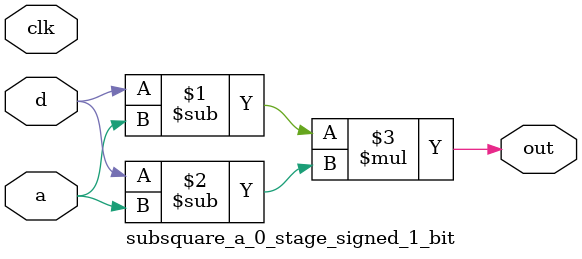
<source format=sv>
(* use_dsp = "yes" *) module subsquare_a_0_stage_signed_1_bit(
	input signed [0:0] a,
	input signed [0:0] d,
	output [0:0] out,
	input clk);

	assign out = (d - a) * (d - a);
endmodule

</source>
